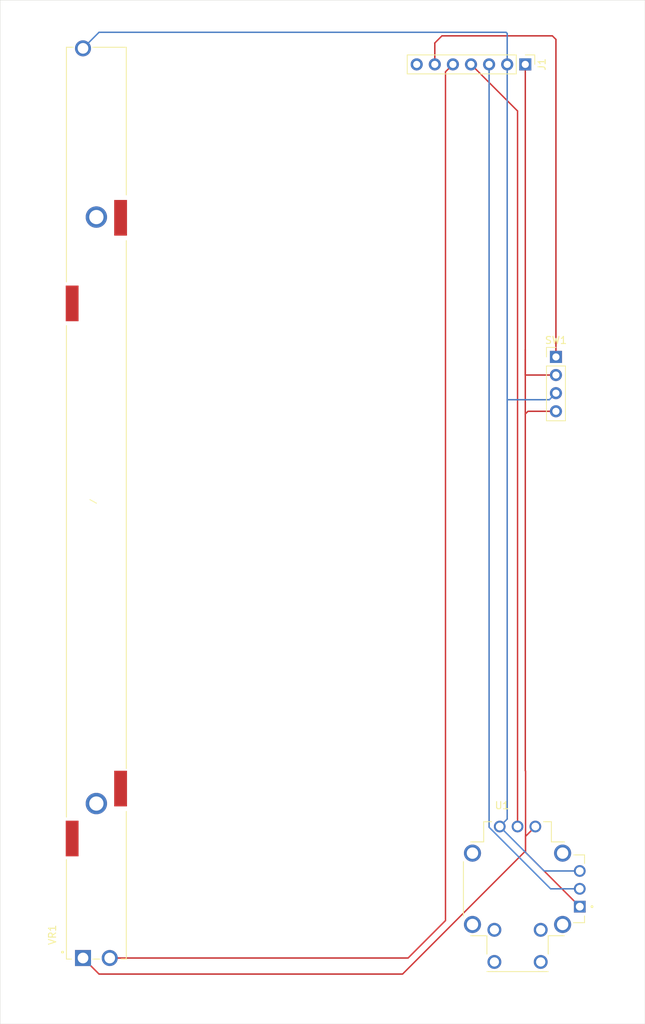
<source format=kicad_pcb>
(kicad_pcb (version 20240108) (generator "pcbnew") (generator_version "8.0")
  (layers (0 "F.Cu" signal) (31 "B.Cu" signal) (34 "B.Paste" user) (35 "F.Paste" user) (36 "B.SilkS" user "B.Silkscreen") (37 "F.SilkS" user "F.Silkscreen") (38 "B.Mask" user) (39 "F.Mask" user) (44 "Edge.Cuts" user))
  (net 0 "")
  (net 1 "+3.3VA")
  (net 2 "Yout")
  (net 3 "Fbtn")
  (net 4 "Xout")
  (net 5 "GND")
  (net 7 "Zout")
  (footprint "MicroHard:CNK_THB001P" (layer "F.Cu") (at 89.6125 145.55)
    (property "Reference" "U1" (at -2.175 -11.675 0) (layer "F.SilkS"))
    (property "Value" "THB001P")
    (fp_line (start -7.6 -3.81) (end -7.6 3.81) (stroke (width 0.127)) (layer "F.SilkS"))
    (fp_line (start -6.575 6.575) (end -4.3 6.575) (stroke (width 0.127)) (layer "F.SilkS"))
    (fp_line (start -4.75 -9.4) (end -4.75 -6.575) (stroke (width 0.127)) (layer "F.SilkS"))
    (fp_line (start -4.75 -6.575) (end -6.575 -6.575) (stroke (width 0.127)) (layer "F.SilkS"))
    (fp_line (start -4.3 6.575) (end -4.3 9.15) (stroke (width 0.127)) (layer "F.SilkS"))
    (fp_line (start -4.3 11.6) (end 4.3 11.6) (stroke (width 0.127)) (layer "F.SilkS"))
    (fp_line (start -3.65 -9.4) (end -4.75 -9.4) (stroke (width 0.127)) (layer "F.SilkS"))
    (fp_line (start 3.65 -9.4) (end 4.75 -9.4) (stroke (width 0.127)) (layer "F.SilkS"))
    (fp_line (start 4.3 6.575) (end 6.55 6.575) (stroke (width 0.127)) (layer "F.SilkS"))
    (fp_line (start 4.3 9.15) (end 4.3 6.575) (stroke (width 0.127)) (layer "F.SilkS"))
    (fp_line (start 4.75 -9.4) (end 4.75 -6.575) (stroke (width 0.127)) (layer "F.SilkS"))
    (fp_line (start 4.75 -6.575) (end 6.575 -6.575) (stroke (width 0.127)) (layer "F.SilkS"))
    (fp_line (start 7.9 -4.75) (end 9.4 -4.75) (stroke (width 0.127)) (layer "F.SilkS"))
    (fp_line (start 9.4 -4.75) (end 9.4 -3.55) (stroke (width 0.127)) (layer "F.SilkS"))
    (fp_line (start 9.4 3.8) (end 9.4 4.75) (stroke (width 0.127)) (layer "F.SilkS"))
    (fp_line (start 9.4 4.75) (end 7.85 4.75) (stroke (width 0.127)) (layer "F.SilkS"))
    (fp_circle (center 10.45 2.5) (end 10.55 2.5) (stroke (width 0.2)) (fill none) (layer "F.SilkS"))
    (pad "A" thru_hole circle (at -3.25 5.75) (size 1.95 1.95) (drill 1.3) (layers "*.Cu" "*.Mask"))
    (pad "B" thru_hole circle (at 3.25 5.75) (size 1.95 1.95) (drill 1.3) (layers "*.Cu" "*.Mask"))
    (pad "C" thru_hole circle (at -3.25 10.25) (size 1.95 1.95) (drill 1.3) (layers "*.Cu" "*.Mask"))
    (pad "D" thru_hole circle (at 3.25 10.25) (size 1.95 1.95) (drill 1.3) (layers "*.Cu" "*.Mask"))
    (pad "S1" thru_hole circle (at 6.325 -5) (size 2.4 2.4) (drill 1.6) (layers "*.Cu" "*.Mask"))
    (pad "S2" thru_hole circle (at -6.325 -5) (size 2.4 2.4) (drill 1.6) (layers "*.Cu" "*.Mask"))
    (pad "S3" thru_hole circle (at -6.325 5) (size 2.4 2.4) (drill 1.6) (layers "*.Cu" "*.Mask"))
    (pad "S4" thru_hole circle (at 6.325 5) (size 2.4 2.4) (drill 1.6) (layers "*.Cu" "*.Mask"))
    (pad "VR1_1" thru_hole rect (at 8.73 2.5) (size 1.65 1.65) (drill 1.1) (layers "*.Cu" "*.Mask") (net 1 "+3.3VA"))
    (pad "VR1_2" thru_hole circle (at 8.73 0) (size 1.65 1.65) (drill 1.1) (layers "*.Cu" "*.Mask") (net 4 "Xout"))
    (pad "VR1_3" thru_hole circle (at 8.73 -2.5) (size 1.65 1.65) (drill 1.1) (layers "*.Cu" "*.Mask") (net 5 "GND"))
    (pad "VR2_1" thru_hole circle (at 2.5 -8.73) (size 1.65 1.65) (drill 1.1) (layers "*.Cu" "*.Mask") (net 1 "+3.3VA"))
    (pad "VR2_2" thru_hole circle (at 0 -8.73) (size 1.65 1.65) (drill 1.1) (layers "*.Cu" "*.Mask") (net 2 "Yout"))
    (pad "VR2_3" thru_hole circle (at -2.5 -8.73) (size 1.65 1.65) (drill 1.1) (layers "*.Cu" "*.Mask") (net 5 "GND"))
  )
  (footprint "MicroHard:TRIM_PS100-1B1BR10K" (layer "F.Cu") (at 30.5 91.5 90)
    (property "Reference" "VR1" (at -60.505 -6.17 90) (layer "F.SilkS"))
    (property "Value" "PS100-1B1BR10K")
    (fp_line (start 63.9 -4.2) (end 63.9 -3.25) (stroke (width 0.127)) (layer "F.SilkS"))
    (fp_line (start 31 -4.2) (end 63.9 -4.2) (stroke (width 0.127)) (layer "F.SilkS"))
    (fp_line (start -44 -4.2) (end 24.9 -4.2) (stroke (width 0.127)) (layer "F.SilkS"))
    (fp_line (start -63.9 -4.2) (end -49.95 -4.2) (stroke (width 0.127)) (layer "F.SilkS"))
    (fp_line (start -63.9 -3.5) (end -63.9 -4.2) (stroke (width 0.127)) (layer "F.SilkS"))
    (fp_line (start 63.9 -0.5) (end 63.9 4.2) (stroke (width 0.127)) (layer "F.SilkS"))
    (fp_line (start -63.9 -0.5) (end -63.9 0.5) (stroke (width 0.127)) (layer "F.SilkS"))
    (fp_line (start 0 0) (end 0.5 -0.9) (stroke (width 0.127)) (layer "F.SilkS"))
    (fp_line (start 63.9 4.2) (end 43.2 4.2) (stroke (width 0.127)) (layer "F.SilkS"))
    (fp_line (start 36.8 4.2) (end -37.2 4.2) (stroke (width 0.127)) (layer "F.SilkS"))
    (fp_line (start -43.2 4.2) (end -63.9 4.2) (stroke (width 0.127)) (layer "F.SilkS"))
    (fp_line (start -63.9 4.2) (end -63.9 3.5) (stroke (width 0.127)) (layer "F.SilkS"))
    (fp_circle (center -62.925 -4.75) (end -62.825 -4.75) (stroke (width 0.2)) (fill none) (layer "F.SilkS"))
    (pad "1" thru_hole rect (at -63.75 -1.875 90) (size 2.25 2.25) (drill 1.5) (layers "*.Cu" "*.Mask") (net 1 "+3.3VA"))
    (pad "2" thru_hole circle (at -63.75 1.875 90) (size 2.25 2.25) (drill 1.5) (layers "*.Cu" "*.Mask") (net 7 "Zout"))
    (pad "3" thru_hole circle (at 63.75 -1.875 90) (size 2.25 2.25) (drill 1.5) (layers "*.Cu" "*.Mask") (net 5 "GND"))
    (pad "P1" thru_hole circle (at -42.1 0 90) (size 3 3) (drill 2) (layers "*.Cu" "*.Mask"))
    (pad "P2" thru_hole circle (at 40.1 0 90) (size 3 3) (drill 2) (layers "*.Cu" "*.Mask"))
    (pad "P3" smd rect (at -40 3.4 90) (size 5 1.8) (layers "F.Cu" "F.Paste" "F.Mask"))
    (pad "P4" smd rect (at -47 -3.4 90) (size 5 1.8) (layers "F.Cu" "F.Paste" "F.Mask"))
    (pad "P5" smd rect (at 40 3.4 90) (size 5 1.8) (layers "F.Cu" "F.Paste" "F.Mask"))
    (pad "P6" smd rect (at 28 -3.4 90) (size 5 1.8) (layers "F.Cu" "F.Paste" "F.Mask"))
  )
  (footprint "Connector_PinHeader_2.54mm:PinHeader_1x07_P2.54mm_Vertical" (layer "F.Cu") (at 90.7 30 -90)
    (property "Reference" "J1" (at 0 -2.33 90) (layer "F.SilkS"))
    (property "Value" "Conn_01x07_Pin")
    (fp_line (start -1.33 16.57) (end 1.33 16.57) (stroke (width 0.12)) (layer "F.SilkS"))
    (fp_line (start -1.33 1.27) (end -1.33 16.57) (stroke (width 0.12)) (layer "F.SilkS"))
    (fp_line (start -1.33 1.27) (end 1.33 1.27) (stroke (width 0.12)) (layer "F.SilkS"))
    (fp_line (start 1.33 1.27) (end 1.33 16.57) (stroke (width 0.12)) (layer "F.SilkS"))
    (fp_line (start -1.33 0) (end -1.33 -1.33) (stroke (width 0.12)) (layer "F.SilkS"))
    (fp_line (start -1.33 -1.33) (end 0 -1.33) (stroke (width 0.12)) (layer "F.SilkS"))
    (pad "1" thru_hole rect (at 0 0 270) (size 1.7 1.7) (drill 1) (layers "*.Cu" "*.Mask") (net 1 "+3.3VA"))
    (pad "2" thru_hole oval (at 0 2.54 270) (size 1.7 1.7) (drill 1) (layers "*.Cu" "*.Mask") (net 5 "GND"))
    (pad "3" thru_hole oval (at 0 5.08 270) (size 1.7 1.7) (drill 1) (layers "*.Cu" "*.Mask") (net 4 "Xout"))
    (pad "4" thru_hole oval (at 0 7.62 270) (size 1.7 1.7) (drill 1) (layers "*.Cu" "*.Mask") (net 2 "Yout"))
    (pad "5" thru_hole oval (at 0 10.16 270) (size 1.7 1.7) (drill 1) (layers "*.Cu" "*.Mask") (net 7 "Zout"))
    (pad "6" thru_hole oval (at 0 12.7 270) (size 1.7 1.7) (drill 1) (layers "*.Cu" "*.Mask") (net 3 "Fbtn"))
    (pad "7" thru_hole oval (at 0 15.24 270) (size 1.7 1.7) (drill 1) (layers "*.Cu" "*.Mask"))
  )
  (footprint "Connector_PinHeader_2.54mm:PinHeader_1x04_P2.54mm_Vertical" (layer "F.Cu") (at 95 71)
    (property "Reference" "SW1" (at 0 -2.33 0) (layer "F.SilkS"))
    (property "Value" "SW_Push_LED")
    (fp_line (start -1.33 -1.33) (end 0 -1.33) (stroke (width 0.12)) (layer "F.SilkS"))
    (fp_line (start -1.33 0) (end -1.33 -1.33) (stroke (width 0.12)) (layer "F.SilkS"))
    (fp_line (start -1.33 1.27) (end -1.33 8.95) (stroke (width 0.12)) (layer "F.SilkS"))
    (fp_line (start -1.33 1.27) (end 1.33 1.27) (stroke (width 0.12)) (layer "F.SilkS"))
    (fp_line (start -1.33 8.95) (end 1.33 8.95) (stroke (width 0.12)) (layer "F.SilkS"))
    (fp_line (start 1.33 1.27) (end 1.33 8.95) (stroke (width 0.12)) (layer "F.SilkS"))
    (pad "1" thru_hole rect (at 0 0) (size 1.7 1.7) (drill 1) (layers "*.Cu" "*.Mask") (net 3 "Fbtn"))
    (pad "2" thru_hole oval (at 0 2.54) (size 1.7 1.7) (drill 1) (layers "*.Cu" "*.Mask") (net 1 "+3.3VA"))
    (pad "3" thru_hole oval (at 0 5.08) (size 1.7 1.7) (drill 1) (layers "*.Cu" "*.Mask") (net 5 "GND"))
    (pad "4" thru_hole oval (at 0 7.62) (size 1.7 1.7) (drill 1) (layers "*.Cu" "*.Mask") (net 1 "+3.3VA"))
  )
  (gr_rect (start 17 21) (end 107.5 164.5) (stroke (width 0.05)) (fill none) (layer "Edge.Cuts"))
  (segment (start 90.7 70) (end 90.7 73.54) (width 0.2) (layer "F.Cu") (net 1))
  (segment (start 90.7375 140.2375) (end 90.7375 140.445) (width 0.2) (layer "F.Cu") (net 1))
  (segment (start 90.7375 140.2375) (end 73.475 157.5) (width 0.2) (layer "F.Cu") (net 1))
  (segment (start 91.08 78.62) (end 95 78.62) (width 0.2) (layer "F.Cu") (net 1))
  (segment (start 90.7375 140.445) (end 98.3425 148.05) (width 0.2) (layer "F.Cu") (net 1))
  (segment (start 90.7 73.54) (end 95 73.54) (width 0.2) (layer "F.Cu") (net 1))
  (segment (start 90.7 129) (end 90.7375 129.0375) (width 0.2) (layer "F.Cu") (net 1))
  (segment (start 90.7 30) (end 90.7 70) (width 0.2) (layer "F.Cu") (net 1))
  (segment (start 90.7 79) (end 91.08 78.62) (width 0.2) (layer "F.Cu") (net 1))
  (segment (start 90.7375 140.445) (end 90.7375 138.195) (width 0.2) (layer "F.Cu") (net 1))
  (segment (start 73.475 157.5) (end 30.875 157.5) (width 0.2) (layer "F.Cu") (net 1))
  (segment (start 90.7 70) (end 90.7 79) (width 0.2) (layer "F.Cu") (net 1))
  (segment (start 90.7375 138.195) (end 92.1125 136.82) (width 0.2) (layer "F.Cu") (net 1))
  (segment (start 30.875 157.5) (end 28.625 155.25) (width 0.2) (layer "F.Cu") (net 1))
  (segment (start 90.7 79) (end 90.7 129) (width 0.2) (layer "F.Cu") (net 1))
  (segment (start 90.7375 129.0375) (end 90.7375 140.2375) (width 0.2) (layer "F.Cu") (net 1))
  (segment (start 83.08 30) (end 89.6125 36.5325) (width 0.2) (layer "F.Cu") (net 2))
  (segment (start 89.6125 36.5325) (end 89.6125 136.82) (width 0.2) (layer "F.Cu") (net 2))
  (segment (start 95 71) (end 95 26.5) (width 0.2) (layer "F.Cu") (net 3))
  (segment (start 79 26) (end 78 27) (width 0.2) (layer "F.Cu") (net 3))
  (segment (start 94.5 26) (end 79 26) (width 0.2) (layer "F.Cu") (net 3))
  (segment (start 95 26.5) (end 94.5 26) (width 0.2) (layer "F.Cu") (net 3))
  (segment (start 78 27) (end 78 30) (width 0.2) (layer "F.Cu") (net 3))
  (segment (start 85.62 136.918491) (end 94.251509 145.55) (width 0.2) (layer "B.Cu") (net 4))
  (segment (start 85.62 30) (end 85.62 136.918491) (width 0.2) (layer "B.Cu") (net 4))
  (segment (start 94.251509 145.55) (end 98.3425 145.55) (width 0.2) (layer "B.Cu") (net 4))
  (segment (start 88.16 30) (end 88.16 77) (width 0.2) (layer "B.Cu") (net 5))
  (segment (start 30.875 25.5) (end 28.625 27.75) (width 0.2) (layer "B.Cu") (net 5))
  (segment (start 88.16 77) (end 88.16 135.7725) (width 0.2) (layer "B.Cu") (net 5))
  (segment (start 88.16 77) (end 94.08 77) (width 0.2) (layer "B.Cu") (net 5))
  (segment (start 88.16 30) (end 88.16 25.66) (width 0.2) (layer "B.Cu") (net 5))
  (segment (start 88 25.5) (end 30.875 25.5) (width 0.2) (layer "B.Cu") (net 5))
  (segment (start 93.3425 143.05) (end 98.3425 143.05) (width 0.2) (layer "B.Cu") (net 5))
  (segment (start 88.16 25.66) (end 88 25.5) (width 0.2) (layer "B.Cu") (net 5))
  (segment (start 87.1125 136.82) (end 93.3425 143.05) (width 0.2) (layer "B.Cu") (net 5))
  (segment (start 88.16 135.7725) (end 87.1125 136.82) (width 0.2) (layer "B.Cu") (net 5))
  (segment (start 94.08 77) (end 95 76.08) (width 0.2) (layer "B.Cu") (net 5))
  (segment (start 32.375 155.25) (end 74.25 155.25) (width 0.2) (layer "F.Cu") (net 7))
  (segment (start 79.5 31.04) (end 80.54 30) (width 0.2) (layer "F.Cu") (net 7))
  (segment (start 74.25 155.25) (end 79.5 150) (width 0.2) (layer "F.Cu") (net 7))
  (segment (start 79.5 150) (end 79.5 31.04) (width 0.2) (layer "F.Cu") (net 7))
)
</source>
